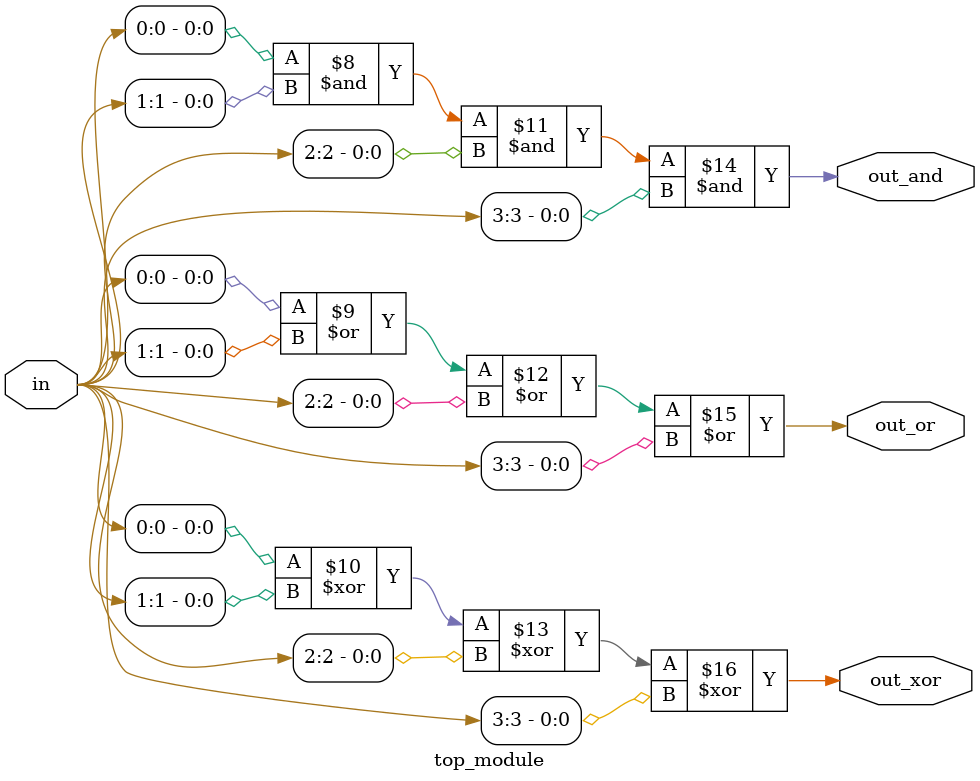
<source format=sv>
module top_module (
    input [3:0] in,
    output reg out_and,
    output reg out_or,
    output reg out_xor
);

always @(*) begin
    out_and = 1'b1;
    out_or = 1'b0;
    out_xor = 1'b0;

    for (int i = 0; i < 4; i++) begin
        out_and = out_and & in[i];
        out_or = out_or | in[i];
        out_xor = out_xor ^ in[i];
    end
end

endmodule

</source>
